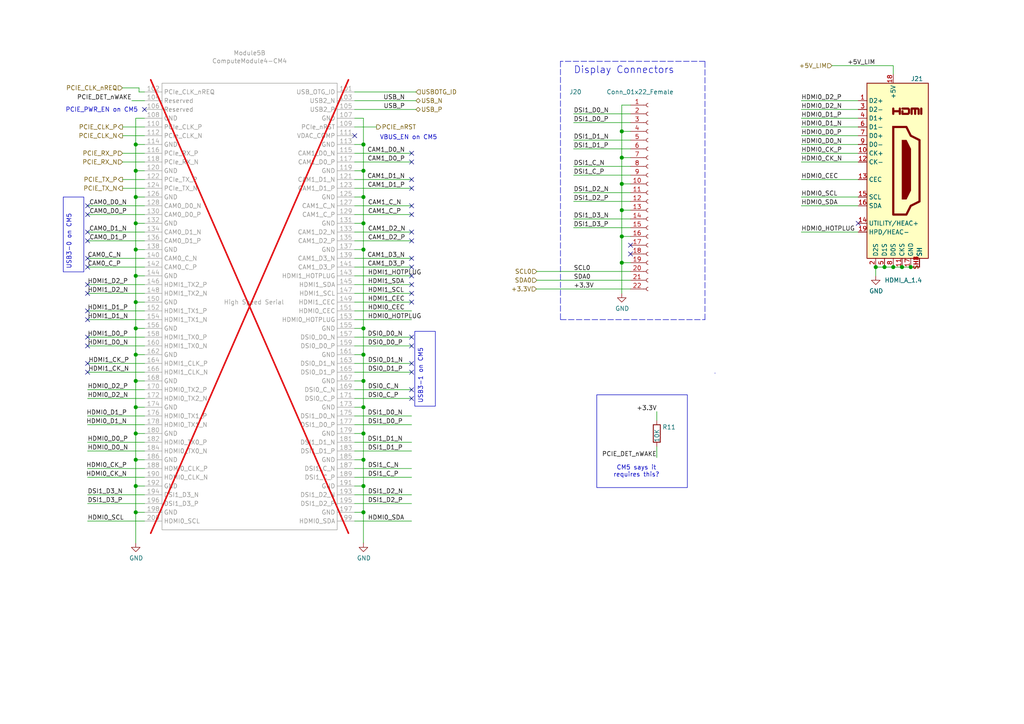
<source format=kicad_sch>
(kicad_sch (version 20231120) (generator "eeschema") (generator_version "8.0")
  (paper "A4")
  (title_block (title "Hexa-Pi") (date "2024-01/02") (rev "1.0") (company "Coxyz") (comment 1 "fjc"))
  (lib_symbols
    (symbol "CM4IO:ComputeModule4-CM4"
      (property "Reference" "Module" (at 113.03 -68.58 0))
      (property "Value" "ComputeModule4-CM4" (at 140.97 2.54 0))
      (property "Special" "Hirose" (at 0 0 0))
      (symbol "ComputeModule4-CM4_1_0"
        (text "GPIO" (at 0 6.35 0) (effects (font (size 1.27 1.27))))
      )
      (symbol "ComputeModule4-CM4_1_1"
        (rectangle (start -30.48 -71.12) (end 25.4 58.42))
        (text "600mA Max" (at -8.89 -53.34 0) (effects (font (size 1.27 1.27))))
        (text "600mA Max" (at -8.89 -48.26 0) (effects (font (size 1.27 1.27))))
        (text "NB SD signals are only available" (at -1.27 -27.94 0) (effects (font (size 1.27 1.27))))
        (text "on modules without eMMC" (at -1.27 -30.48 0) (effects (font (size 1.27 1.27))))
        (pin power_in line (at 27.94 55.88 180) (length 2.54) (name "GND") (number "1"))
        (pin passive line (at -33.02 45.72 0) (length 2.54) (name "Ethernet_Pair0_N") (number "10"))
        (pin output line (at -33.02 -68.58 0) (length 2.54) (name "nEXTRST") (number "100"))
        (pin passive line (at 27.94 43.18 180) (length 2.54) (name "Ethernet_Pair2_P") (number "11"))
        (pin passive line (at -33.02 43.18 0) (length 2.54) (name "Ethernet_Pair0_P") (number "12"))
        (pin power_in line (at 27.94 40.64 180) (length 2.54) (name "GND") (number "13"))
        (pin power_in line (at -33.02 40.64 0) (length 2.54) (name "GND") (number "14"))
        (pin output line (at 27.94 38.1 180) (length 2.54) (name "Ethernet_nLED3(3.3v)") (number "15"))
        (pin input line (at -33.02 38.1 0) (length 2.54) (name "Ethernet_SYNC_IN(1.8v)") (number "16"))
        (pin output line (at 27.94 35.56 180) (length 2.54) (name "Ethernet_nLED2(3.3v)") (number "17"))
        (pin input line (at -33.02 35.56 0) (length 2.54) (name "Ethernet_SYNC_OUT(1.8v)") (number "18"))
        (pin output line (at 27.94 33.02 180) (length 2.54) (name "Ethernet_nLED1(3.3v)") (number "19"))
        (pin power_in line (at -33.02 55.88 0) (length 2.54) (name "GND") (number "2"))
        (pin passive line (at -33.02 33.02 0) (length 2.54) (name "EEPROM_nWP") (number "20"))
        (pin open_collector line (at 27.94 30.48 180) (length 2.54) (name "PI_nLED_Activity") (number "21"))
        (pin power_in line (at -33.02 30.48 0) (length 2.54) (name "GND") (number "22"))
        (pin power_in line (at 27.94 27.94 180) (length 2.54) (name "GND") (number "23"))
        (pin passive line (at -33.02 27.94 0) (length 2.54) (name "GPIO26") (number "24"))
        (pin passive line (at 27.94 25.4 180) (length 2.54) (name "GPIO21") (number "25"))
        (pin passive line (at -33.02 25.4 0) (length 2.54) (name "GPIO19") (number "26"))
        (pin passive line (at 27.94 22.86 180) (length 2.54) (name "GPIO20") (number "27"))
        (pin passive line (at -33.02 22.86 0) (length 2.54) (name "GPIO13") (number "28"))
        (pin passive line (at 27.94 20.32 180) (length 2.54) (name "GPIO16") (number "29"))
        (pin passive line (at 27.94 53.34 180) (length 2.54) (name "Ethernet_Pair3_P") (number "3"))
        (pin passive line (at -33.02 20.32 0) (length 2.54) (name "GPIO6") (number "30"))
        (pin passive line (at 27.94 17.78 180) (length 2.54) (name "GPIO12") (number "31"))
        (pin power_in line (at -33.02 17.78 0) (length 2.54) (name "GND") (number "32"))
        (pin power_in line (at 27.94 15.24 180) (length 2.54) (name "GND") (number "33"))
        (pin passive line (at -33.02 15.24 0) (length 2.54) (name "GPIO5") (number "34"))
        (pin passive line (at 27.94 12.7 180) (length 2.54) (name "ID_SC") (number "35"))
        (pin passive line (at -33.02 12.7 0) (length 2.54) (name "ID_SD") (number "36"))
        (pin passive line (at 27.94 10.16 180) (length 2.54) (name "GPIO7") (number "37"))
        (pin passive line (at -33.02 10.16 0) (length 2.54) (name "GPIO11") (number "38"))
        (pin passive line (at 27.94 7.62 180) (length 2.54) (name "GPIO8") (number "39"))
        (pin passive line (at -33.02 53.34 0) (length 2.54) (name "Ethernet_Pair1_P") (number "4"))
        (pin passive line (at -33.02 7.62 0) (length 2.54) (name "GPIO9") (number "40"))
        (pin passive line (at 27.94 5.08 180) (length 2.54) (name "GPIO25") (number "41"))
        (pin power_in line (at -33.02 5.08 0) (length 2.54) (name "GND") (number "42"))
        (pin power_in line (at 27.94 2.54 180) (length 2.54) (name "GND") (number "43"))
        (pin passive line (at -33.02 2.54 0) (length 2.54) (name "GPIO10") (number "44"))
        (pin passive line (at 27.94 0 180) (length 2.54) (name "GPIO24") (number "45"))
        (pin passive line (at -33.02 0 0) (length 2.54) (name "GPIO22") (number "46"))
        (pin passive line (at 27.94 -2.54 180) (length 2.54) (name "GPIO23") (number "47"))
        (pin passive line (at -33.02 -2.54 0) (length 2.54) (name "GPIO27") (number "48"))
        (pin passive line (at 27.94 -5.08 180) (length 2.54) (name "GPIO18") (number "49"))
        (pin passive line (at 27.94 50.8 180) (length 2.54) (name "Ethernet_Pair3_N") (number "5"))
        (pin passive line (at -33.02 -5.08 0) (length 2.54) (name "GPIO17") (number "50"))
        (pin passive line (at 27.94 -7.62 180) (length 2.54) (name "GPIO15") (number "51"))
        (pin power_in line (at -33.02 -7.62 0) (length 2.54) (name "GND") (number "52"))
        (pin power_in line (at 27.94 -10.16 180) (length 2.54) (name "GND") (number "53"))
        (pin passive line (at -33.02 -10.16 0) (length 2.54) (name "GPIO4") (number "54"))
        (pin passive line (at 27.94 -12.7 180) (length 2.54) (name "GPIO14") (number "55"))
        (pin passive line (at -33.02 -12.7 0) (length 2.54) (name "GPIO3") (number "56"))
        (pin passive line (at 27.94 -15.24 180) (length 2.54) (name "SD_CLK") (number "57"))
        (pin passive line (at -33.02 -15.24 0) (length 2.54) (name "GPIO2") (number "58"))
        (pin power_in line (at 27.94 -17.78 180) (length 2.54) (name "GND") (number "59"))
        (pin passive line (at -33.02 50.8 0) (length 2.54) (name "Ethernet_Pair1_N") (number "6"))
        (pin power_in line (at -33.02 -17.78 0) (length 2.54) (name "GND") (number "60"))
        (pin passive line (at 27.94 -20.32 180) (length 2.54) (name "SD_DAT3") (number "61"))
        (pin passive line (at -33.02 -20.32 0) (length 2.54) (name "SD_CMD") (number "62"))
        (pin passive line (at 27.94 -22.86 180) (length 2.54) (name "SD_DAT0") (number "63"))
        (pin passive line (at -33.02 -22.86 0) (length 2.54) (name "SD_DAT5") (number "64"))
        (pin power_in line (at 27.94 -25.4 180) (length 2.54) (name "GND") (number "65"))
        (pin power_in line (at -33.02 -25.4 0) (length 2.54) (name "GND") (number "66"))
        (pin passive line (at 27.94 -27.94 180) (length 2.54) (name "SD_DAT1") (number "67"))
        (pin passive line (at -33.02 -27.94 0) (length 2.54) (name "SD_DAT4") (number "68"))
        (pin passive line (at 27.94 -30.48 180) (length 2.54) (name "SD_DAT2") (number "69"))
        (pin power_in line (at 27.94 48.26 180) (length 2.54) (name "GND") (number "7"))
        (pin passive line (at -33.02 -30.48 0) (length 2.54) (name "SD_DAT7") (number "70"))
        (pin power_in line (at 27.94 -33.02 180) (length 2.54) (name "GND") (number "71"))
        (pin passive line (at -33.02 -33.02 0) (length 2.54) (name "SD_DAT6") (number "72"))
        (pin input line (at 27.94 -35.56 180) (length 2.54) (name "SD_VDD_Override") (number "73"))
        (pin power_in line (at -33.02 -35.56 0) (length 2.54) (name "GND") (number "74"))
        (pin output line (at 27.94 -38.1 180) (length 2.54) (name "SD_PWR_ON") (number "75"))
        (pin passive line (at -33.02 -38.1 0) (length 2.54) (name "Reserved") (number "76"))
        (pin power_in line (at 27.94 -40.64 180) (length 2.54) (name "+5v_(Input)") (number "77"))
        (pin power_in line (at -33.02 -40.64 0) (length 2.54) (name "GPIO_VREF(1.8v/3.3v_Input)") (number "78"))
        (pin power_in line (at 27.94 -43.18 180) (length 2.54) (name "+5v_(Input)") (number "79"))
        (pin power_in line (at -33.02 48.26 0) (length 2.54) (name "GND") (number "8"))
        (pin passive line (at -33.02 -43.18 0) (length 2.54) (name "SCL0") (number "80"))
        (pin power_in line (at 27.94 -45.72 180) (length 2.54) (name "+5v_(Input)") (number "81"))
        (pin passive line (at -33.02 -45.72 0) (length 2.54) (name "SDA0") (number "82"))
        (pin power_in line (at 27.94 -48.26 180) (length 2.54) (name "+5v_(Input)") (number "83"))
        (pin power_out line (at -33.02 -48.26 0) (length 2.54) (name "+3.3v_(Output)") (number "84"))
        (pin power_in line (at 27.94 -50.8 180) (length 2.54) (name "+5v_(Input)") (number "85"))
        (pin power_out line (at -33.02 -50.8 0) (length 2.54) (name "+3.3v_(Output)") (number "86"))
        (pin power_in line (at 27.94 -53.34 180) (length 2.54) (name "+5v_(Input)") (number "87"))
        (pin power_out line (at -33.02 -53.34 0) (length 2.54) (name "+1.8v_(Output)") (number "88"))
        (pin power_in line (at 27.94 -55.88 180) (length 2.54) (name "WiFi_nDisable") (number "89"))
        (pin passive line (at 27.94 45.72 180) (length 2.54) (name "Ethernet_Pair2_N") (number "9"))
        (pin power_out line (at -33.02 -55.88 0) (length 2.54) (name "+1.8v_(Output)") (number "90"))
        (pin power_in line (at 27.94 -58.42 180) (length 2.54) (name "BT_nDisable") (number "91"))
        (pin passive line (at -33.02 -58.42 0) (length 2.54) (name "RUN_PG") (number "92"))
        (pin input line (at 27.94 -60.96 180) (length 2.54) (name "nRPIBOOT") (number "93"))
        (pin passive line (at -33.02 -60.96 0) (length 2.54) (name "AnalogIP0") (number "94"))
        (pin output line (at 27.94 -63.5 180) (length 2.54) (name "nPI_LED_PWR") (number "95"))
        (pin passive line (at -33.02 -63.5 0) (length 2.54) (name "AnalogIP1") (number "96"))
        (pin passive line (at 27.94 -66.04 180) (length 2.54) (name "Camera_GPIO") (number "97"))
        (pin power_in line (at -33.02 -66.04 0) (length 2.54) (name "GND") (number "98"))
        (pin input line (at 27.94 -68.58 180) (length 2.54) (name "Global_EN") (number "99"))
      )
      (symbol "ComputeModule4-CM4_2_1"
        (rectangle (start 114.3 -66.04) (end 165.1 63.5))
        (text "High Speed Serial" (at 140.97 0 0) (effects (font (size 1.27 1.27))))
        (pin input line (at 170.18 60.96 180) (length 5.08) (name "USB_OTG_ID") (number "101"))
        (pin input line (at 109.22 60.96 0) (length 5.08) (name "PCIe_CLK_nREQ") (number "102"))
        (pin passive line (at 170.18 58.42 180) (length 5.08) (name "USB2_N") (number "103"))
        (pin passive line (at 109.22 58.42 0) (length 5.08) (name "Reserved") (number "104"))
        (pin passive line (at 170.18 55.88 180) (length 5.08) (name "USB2_P") (number "105"))
        (pin passive line (at 109.22 55.88 0) (length 5.08) (name "Reserved") (number "106"))
        (pin power_in line (at 170.18 53.34 180) (length 5.08) (name "GND") (number "107"))
        (pin power_in line (at 109.22 53.34 0) (length 5.08) (name "GND") (number "108"))
        (pin bidirectional line (at 170.18 50.8 180) (length 5.08) (name "PCIe_nRST") (number "109"))
        (pin output line (at 109.22 50.8 0) (length 5.08) (name "PCIe_CLK_P") (number "110"))
        (pin passive line (at 170.18 48.26 180) (length 5.08) (name "VDAC_COMP") (number "111"))
        (pin output line (at 109.22 48.26 0) (length 5.08) (name "PCIe_CLK_N") (number "112"))
        (pin power_in line (at 170.18 45.72 180) (length 5.08) (name "GND") (number "113"))
        (pin power_in line (at 109.22 45.72 0) (length 5.08) (name "GND") (number "114"))
        (pin input line (at 170.18 43.18 180) (length 5.08) (name "CAM1_D0_N") (number "115"))
        (pin input line (at 109.22 43.18 0) (length 5.08) (name "PCIe_RX_P") (number "116"))
        (pin input line (at 170.18 40.64 180) (length 5.08) (name "CAM1_D0_P") (number "117"))
        (pin input line (at 109.22 40.64 0) (length 5.08) (name "PCIe_RX_N") (number "118"))
        (pin power_in line (at 170.18 38.1 180) (length 5.08) (name "GND") (number "119"))
        (pin power_in line (at 109.22 38.1 0) (length 5.08) (name "GND") (number "120"))
        (pin input line (at 170.18 35.56 180) (length 5.08) (name "CAM1_D1_N") (number "121"))
        (pin output line (at 109.22 35.56 0) (length 5.08) (name "PCIe_TX_P") (number "122"))
        (pin input line (at 170.18 33.02 180) (length 5.08) (name "CAM1_D1_P") (number "123"))
        (pin output line (at 109.22 33.02 0) (length 5.08) (name "PCIe_TX_N") (number "124"))
        (pin power_in line (at 170.18 30.48 180) (length 5.08) (name "GND") (number "125"))
        (pin power_in line (at 109.22 30.48 0) (length 5.08) (name "GND") (number "126"))
        (pin input line (at 170.18 27.94 180) (length 5.08) (name "CAM1_C_N") (number "127"))
        (pin input line (at 109.22 27.94 0) (length 5.08) (name "CAM0_D0_N") (number "128"))
        (pin input line (at 170.18 25.4 180) (length 5.08) (name "CAM1_C_P") (number "129"))
        (pin input line (at 109.22 25.4 0) (length 5.08) (name "CAM0_D0_P") (number "130"))
        (pin power_in line (at 170.18 22.86 180) (length 5.08) (name "GND") (number "131"))
        (pin power_in line (at 109.22 22.86 0) (length 5.08) (name "GND") (number "132"))
        (pin input line (at 170.18 20.32 180) (length 5.08) (name "CAM1_D2_N") (number "133"))
        (pin input line (at 109.22 20.32 0) (length 5.08) (name "CAM0_D1_N") (number "134"))
        (pin input line (at 170.18 17.78 180) (length 5.08) (name "CAM1_D2_P") (number "135"))
        (pin input line (at 109.22 17.78 0) (length 5.08) (name "CAM0_D1_P") (number "136"))
        (pin power_in line (at 170.18 15.24 180) (length 5.08) (name "GND") (number "137"))
        (pin power_in line (at 109.22 15.24 0) (length 5.08) (name "GND") (number "138"))
        (pin input line (at 170.18 12.7 180) (length 5.08) (name "CAM1_D3_N") (number "139"))
        (pin input line (at 109.22 12.7 0) (length 5.08) (name "CAM0_C_N") (number "140"))
        (pin input line (at 170.18 10.16 180) (length 5.08) (name "CAM1_D3_P") (number "141"))
        (pin input line (at 109.22 10.16 0) (length 5.08) (name "CAM0_C_P") (number "142"))
        (pin input line (at 170.18 7.62 180) (length 5.08) (name "HDMI1_HOTPLUG") (number "143"))
        (pin power_in line (at 109.22 7.62 0) (length 5.08) (name "GND") (number "144"))
        (pin bidirectional line (at 170.18 5.08 180) (length 5.08) (name "HDMI1_SDA") (number "145"))
        (pin output line (at 109.22 5.08 0) (length 5.08) (name "HDMI1_TX2_P") (number "146"))
        (pin open_collector line (at 170.18 2.54 180) (length 5.08) (name "HDMI1_SCL") (number "147"))
        (pin output line (at 109.22 2.54 0) (length 5.08) (name "HDMI1_TX2_N") (number "148"))
        (pin open_collector line (at 170.18 0 180) (length 5.08) (name "HDMI1_CEC") (number "149"))
        (pin power_in line (at 109.22 0 0) (length 5.08) (name "GND") (number "150"))
        (pin open_collector line (at 170.18 -2.54 180) (length 5.08) (name "HDMI0_CEC") (number "151"))
        (pin output line (at 109.22 -2.54 0) (length 5.08) (name "HDMI1_TX1_P") (number "152"))
        (pin input line (at 170.18 -5.08 180) (length 5.08) (name "HDMI0_HOTPLUG") (number "153"))
        (pin output line (at 109.22 -5.08 0) (length 5.08) (name "HDMI1_TX1_N") (number "154"))
        (pin power_in line (at 170.18 -7.62 180) (length 5.08) (name "GND") (number "155"))
        (pin power_in line (at 109.22 -7.62 0) (length 5.08) (name "GND") (number "156"))
        (pin output line (at 170.18 -10.16 180) (length 5.08) (name "DSI0_D0_N") (number "157"))
        (pin output line (at 109.22 -10.16 0) (length 5.08) (name "HDMI1_TX0_P") (number "158"))
        (pin output line (at 170.18 -12.7 180) (length 5.08) (name "DSI0_D0_P") (number "159"))
        (pin output line (at 109.22 -12.7 0) (length 5.08) (name "HDMI1_TX0_N") (number "160"))
        (pin power_in line (at 170.18 -15.24 180) (length 5.08) (name "GND") (number "161"))
        (pin power_in line (at 109.22 -15.24 0) (length 5.08) (name "GND") (number "162"))
        (pin output line (at 170.18 -17.78 180) (length 5.08) (name "DSI0_D1_N") (number "163"))
        (pin output line (at 109.22 -17.78 0) (length 5.08) (name "HDMI1_CLK_P") (number "164"))
        (pin output line (at 170.18 -20.32 180) (length 5.08) (name "DSI0_D1_P") (number "165"))
        (pin output line (at 109.22 -20.32 0) (length 5.08) (name "HDMI1_CLK_N") (number "166"))
        (pin power_in line (at 170.18 -22.86 180) (length 5.08) (name "GND") (number "167"))
        (pin power_in line (at 109.22 -22.86 0) (length 5.08) (name "GND") (number "168"))
        (pin output line (at 170.18 -25.4 180) (length 5.08) (name "DSI0_C_N") (number "169"))
        (pin output line (at 109.22 -25.4 0) (length 5.08) (name "HDMI0_TX2_P") (number "170"))
        (pin output line (at 170.18 -27.94 180) (length 5.08) (name "DSI0_C_P") (number "171"))
        (pin output line (at 109.22 -27.94 0) (length 5.08) (name "HDMI0_TX2_N") (number "172"))
        (pin power_in line (at 170.18 -30.48 180) (length 5.08) (name "GND") (number "173"))
        (pin power_in line (at 109.22 -30.48 0) (length 5.08) (name "GND") (number "174"))
        (pin output line (at 170.18 -33.02 180) (length 5.08) (name "DSI1_D0_N") (number "175"))
        (pin output line (at 109.22 -33.02 0) (length 5.08) (name "HDMI0_TX1_P") (number "176"))
        (pin output line (at 170.18 -35.56 180) (length 5.08) (name "DSI1_D0_P") (number "177"))
        (pin output line (at 109.22 -35.56 0) (length 5.08) (name "HDMI0_TX1_N") (number "178"))
        (pin power_in line (at 170.18 -38.1 180) (length 5.08) (name "GND") (number "179"))
        (pin power_in line (at 109.22 -38.1 0) (length 5.08) (name "GND") (number "180"))
        (pin output line (at 170.18 -40.64 180) (length 5.08) (name "DSI1_D1_N") (number "181"))
        (pin output line (at 109.22 -40.64 0) (length 5.08) (name "HDMI0_TX0_P") (number "182"))
        (pin output line (at 170.18 -43.18 180) (length 5.08) (name "DSI1_D1_P") (number "183"))
        (pin output line (at 109.22 -43.18 0) (length 5.08) (name "HDMI0_TX0_N") (number "184"))
        (pin power_in line (at 170.18 -45.72 180) (length 5.08) (name "GND") (number "185"))
        (pin power_in line (at 109.22 -45.72 0) (length 5.08) (name "GND") (number "186"))
        (pin output line (at 170.18 -48.26 180) (length 5.08) (name "DSI1_C_N") (number "187"))
        (pin output line (at 109.22 -48.26 0) (length 5.08) (name "HDMI0_CLK_P") (number "188"))
        (pin output line (at 170.18 -50.8 180) (length 5.08) (name "DSI1_C_P") (number "189"))
        (pin output line (at 109.22 -50.8 0) (length 5.08) (name "HDMI0_CLK_N") (number "190"))
        (pin power_in line (at 170.18 -53.34 180) (length 5.08) (name "GND") (number "191"))
        (pin power_in line (at 109.22 -53.34 0) (length 5.08) (name "GND") (number "192"))
        (pin output line (at 170.18 -55.88 180) (length 5.08) (name "DSI1_D2_N") (number "193"))
        (pin output line (at 109.22 -55.88 0) (length 5.08) (name "DSI1_D3_N") (number "194"))
        (pin output line (at 170.18 -58.42 180) (length 5.08) (name "DSI1_D2_P") (number "195"))
        (pin output line (at 109.22 -58.42 0) (length 5.08) (name "DSI1_D3_P") (number "196"))
        (pin power_in line (at 170.18 -60.96 180) (length 5.08) (name "GND") (number "197"))
        (pin power_in line (at 109.22 -60.96 0) (length 5.08) (name "GND") (number "198"))
        (pin bidirectional line (at 170.18 -63.5 180) (length 5.08) (name "HDMI0_SDA") (number "199"))
        (pin open_collector line (at 109.22 -63.5 0) (length 5.08) (name "HDMI0_SCL") (number "200"))
      )
    )
    (symbol "CM4IO:HDMI_A_1.4"
      (property "Reference" "J" (at -6.35 26.67 0))
      (property "Value" "HDMI_A_1.4" (at 10.16 26.67 0))
      (symbol "HDMI_A_1.4_0_0"
        (polyline (pts (xy 8.128 16.51) (xy 8.128 18.034)) (stroke (width 0.635)))
        (polyline (pts (xy 0 16.51) (xy 0 18.034) (xy 0 17.272) (xy 1.905 17.272) (xy 1.905 18.034) (xy 1.905 16.51)) (stroke (width 0.635)))
        (polyline (pts (xy 2.667 18.034) (xy 4.318 18.034) (xy 4.572 17.78) (xy 4.572 16.764) (xy 4.318 16.51) (xy 2.667 16.51) (xy 2.667 17.272)) (stroke (width 0.635)))
        (pin passive line (at 7.62 -27.94 90) (length 2.54) (name "SH") (number "SH2"))
        (pin passive line (at 7.62 -27.94 90) (length 2.54) (name "SH") (number "SH3"))
        (pin passive line (at 7.62 -27.94 90) (length 2.54) (name "SH") (number "SH4"))
      )
      (symbol "HDMI_A_1.4_0_1"
        (rectangle (start -7.62 25.4) (end 10.16 -25.4) (stroke (width 0.254)) (fill (type background)))
        (polyline (pts (xy 2.54 8.89) (xy 3.81 8.89) (xy 5.08 6.35) (xy 5.08 -5.715) (xy 3.81 -8.255) (xy 2.54 -8.255) (xy 2.54 8.89)) (fill (type outline)))
        (polyline (pts (xy 5.334 16.51) (xy 5.334 18.034) (xy 6.35 18.034) (xy 6.35 16.51) (xy 6.35 18.034) (xy 7.112 18.034) (xy 7.366 17.78) (xy 7.366 16.51)) (stroke (width 0.635)))
        (polyline (pts (xy 0 12.7) (xy 0 -12.7) (xy 3.81 -12.7) (xy 5.08 -10.16) (xy 7.62 -8.89) (xy 7.62 8.89) (xy 5.08 10.16) (xy 3.81 12.7) (xy 0 12.7)) (stroke (width 0.635)))
      )
      (symbol "HDMI_A_1.4_1_1"
        (pin passive line (at -10.16 20.32 0) (length 2.54) (name "D2+") (number "1"))
        (pin passive line (at -10.16 5.08 0) (length 2.54) (name "CK+") (number "10"))
        (pin power_in line (at 2.54 -27.94 90) (length 2.54) (name "CKS") (number "11"))
        (pin passive line (at -10.16 2.54 0) (length 2.54) (name "CK-") (number "12"))
        (pin bidirectional line (at -10.16 -2.54 0) (length 2.54) (name "CEC") (number "13"))
        (pin passive line (at -10.16 -15.24 0) (length 2.54) (name "UTILITY/HEAC+") (number "14"))
        (pin passive line (at -10.16 -7.62 0) (length 2.54) (name "SCL") (number "15"))
        (pin bidirectional line (at -10.16 -10.16 0) (length 2.54) (name "SDA") (number "16"))
        (pin power_in line (at 5.08 -27.94 90) (length 2.54) (name "GND") (number "17"))
        (pin power_in line (at 0 27.94 270) (length 2.54) (name "+5V") (number "18"))
        (pin passive line (at -10.16 -17.78 0) (length 2.54) (name "HPD/HEAC-") (number "19"))
        (pin power_in line (at -5.08 -27.94 90) (length 2.54) (name "D2S") (number "2"))
        (pin passive line (at -10.16 17.78 0) (length 2.54) (name "D2-") (number "3"))
        (pin passive line (at -10.16 15.24 0) (length 2.54) (name "D1+") (number "4"))
        (pin power_in line (at -2.54 -27.94 90) (length 2.54) (name "D1S") (number "5"))
        (pin passive line (at -10.16 12.7 0) (length 2.54) (name "D1-") (number "6"))
        (pin passive line (at -10.16 10.16 0) (length 2.54) (name "D0+") (number "7"))
        (pin power_in line (at 0 -27.94 90) (length 2.54) (name "D0S") (number "8"))
        (pin passive line (at -10.16 7.62 0) (length 2.54) (name "D0-") (number "9"))
        (pin passive line (at 7.62 -27.94 90) (length 2.54) (name "SH") (number "SH1"))
      )
    )
    (symbol "Connector:Conn_01x22_Female" (pin_names (offset 1.016) hide)
      (property "Reference" "J" (at 0 27.94 0))
      (property "Value" "Conn_01x22_Female" (at 0 -30.48 0))
      (symbol "Conn_01x22_Female_1_1"
        (arc (start 0 -27.432) (mid -0.5058 -27.94) (end 0 -28.448) (stroke (width 0.1524)))
        (arc (start 0 -24.892) (mid -0.5058 -25.4) (end 0 -25.908) (stroke (width 0.1524)))
        (arc (start 0 -22.352) (mid -0.5058 -22.86) (end 0 -23.368) (stroke (width 0.1524)))
        (arc (start 0 -19.812) (mid -0.5058 -20.32) (end 0 -20.828) (stroke (width 0.1524)))
        (arc (start 0 -17.272) (mid -0.5058 -17.78) (end 0 -18.288) (stroke (width 0.1524)))
        (arc (start 0 -14.732) (mid -0.5058 -15.24) (end 0 -15.748) (stroke (width 0.1524)))
        (arc (start 0 -12.192) (mid -0.5058 -12.7) (end 0 -13.208) (stroke (width 0.1524)))
        (arc (start 0 -9.652) (mid -0.5058 -10.16) (end 0 -10.668) (stroke (width 0.1524)))
        (arc (start 0 -7.112) (mid -0.5058 -7.62) (end 0 -8.128) (stroke (width 0.1524)))
        (arc (start 0 -4.572) (mid -0.5058 -5.08) (end 0 -5.588) (stroke (width 0.1524)))
        (arc (start 0 -2.032) (mid -0.5058 -2.54) (end 0 -3.048) (stroke (width 0.1524)))
        (polyline (pts (xy -1.27 -27.94) (xy -0.508 -27.94)) (stroke (width 0.1524)))
        (polyline (pts (xy -1.27 -25.4) (xy -0.508 -25.4)) (stroke (width 0.1524)))
        (polyline (pts (xy -1.27 -22.86) (xy -0.508 -22.86)) (stroke (width 0.1524)))
        (polyline (pts (xy -1.27 -20.32) (xy -0.508 -20.32)) (stroke (width 0.1524)))
        (polyline (pts (xy -1.27 -17.78) (xy -0.508 -17.78)) (stroke (width 0.1524)))
        (polyline (pts (xy -1.27 -15.24) (xy -0.508 -15.24)) (stroke (width 0.1524)))
        (polyline (pts (xy -1.27 -12.7) (xy -0.508 -12.7)) (stroke (width 0.1524)))
        (polyline (pts (xy -1.27 -10.16) (xy -0.508 -10.16)) (stroke (width 0.1524)))
        (polyline (pts (xy -1.27 -7.62) (xy -0.508 -7.62)) (stroke (width 0.1524)))
        (polyline (pts (xy -1.27 -5.08) (xy -0.508 -5.08)) (stroke (width 0.1524)))
        (polyline (pts (xy -1.27 -2.54) (xy -0.508 -2.54)) (stroke (width 0.1524)))
        (polyline (pts (xy -1.27 0) (xy -0.508 0)) (stroke (width 0.1524)))
        (polyline (pts (xy -1.27 2.54) (xy -0.508 2.54)) (stroke (width 0.1524)))
        (polyline (pts (xy -1.27 5.08) (xy -0.508 5.08)) (stroke (width 0.1524)))
        (polyline (pts (xy -1.27 7.62) (xy -0.508 7.62)) (stroke (width 0.1524)))
        (polyline (pts (xy -1.27 10.16) (xy -0.508 10.16)) (stroke (width 0.1524)))
        (polyline (pts (xy -1.27 12.7) (xy -0.508 12.7)) (stroke (width 0.1524)))
        (polyline (pts (xy -1.27 15.24) (xy -0.508 15.24)) (stroke (width 0.1524)))
        (polyline (pts (xy -1.27 17.78) (xy -0.508 17.78)) (stroke (width 0.1524)))
        (polyline (pts (xy -1.27 20.32) (xy -0.508 20.32)) (stroke (width 0.1524)))
        (polyline (pts (xy -1.27 22.86) (xy -0.508 22.86)) (stroke (width 0.1524)))
        (polyline (pts (xy -1.27 25.4) (xy -0.508 25.4)) (stroke (width 0.1524)))
        (arc (start 0 0.508) (mid -0.5058 0) (end 0 -0.508) (stroke (width 0.1524)))
        (arc (start 0 3.048) (mid -0.5058 2.54) (end 0 2.032) (stroke (width 0.1524)))
        (arc (start 0 5.588) (mid -0.5058 5.08) (end 0 4.572) (stroke (width 0.1524)))
        (arc (start 0 8.128) (mid -0.5058 7.62) (end 0 7.112) (stroke (width 0.1524)))
        (arc (start 0 10.668) (mid -0.5058 10.16) (end 0 9.652) (stroke (width 0.1524)))
        (arc (start 0 13.208) (mid -0.5058 12.7) (end 0 12.192) (stroke (width 0.1524)))
        (arc (start 0 15.748) (mid -0.5058 15.24) (end 0 14.732) (stroke (width 0.1524)))
        (arc (start 0 18.288) (mid -0.5058 17.78) (end 0 17.272) (stroke (width 0.1524)))
        (arc (start 0 20.828) (mid -0.5058 20.32) (end 0 19.812) (stroke (width 0.1524)))
        (arc (start 0 23.368) (mid -0.5058 22.86) (end 0 22.352) (stroke (width 0.1524)))
        (arc (start 0 25.908) (mid -0.5058 25.4) (end 0 24.892) (stroke (width 0.1524)))
        (pin passive line (at -5.08 25.4 0) (length 3.81) (name "Pin_1") (number "1"))
        (pin passive line (at -5.08 2.54 0) (length 3.81) (name "Pin_10") (number "10"))
        (pin passive line (at -5.08 0 0) (length 3.81) (name "Pin_11") (number "11"))
        (pin passive line (at -5.08 -2.54 0) (length 3.81) (name "Pin_12") (number "12"))
        (pin passive line (at -5.08 -5.08 0) (length 3.81) (name "Pin_13") (number "13"))
        (pin passive line (at -5.08 -7.62 0) (length 3.81) (name "Pin_14") (number "14"))
        (pin passive line (at -5.08 -10.16 0) (length 3.81) (name "Pin_15") (number "15"))
        (pin passive line (at -5.08 -12.7 0) (length 3.81) (name "Pin_16") (number "16"))
        (pin passive line (at -5.08 -15.24 0) (length 3.81) (name "Pin_17") (number "17"))
        (pin passive line (at -5.08 -17.78 0) (length 3.81) (name "Pin_18") (number "18"))
        (pin passive line (at -5.08 -20.32 0) (length 3.81) (name "Pin_19") (number "19"))
        (pin passive line (at -5.08 22.86 0) (length 3.81) (name "Pin_2") (number "2"))
        (pin passive line (at -5.08 -22.86 0) (length 3.81) (name "Pin_20") (number "20"))
        (pin passive line (at -5.08 -25.4 0) (length 3.81) (name "Pin_21") (number "21"))
        (pin passive line (at -5.08 -27.94 0) (length 3.81) (name "Pin_22") (number "22"))
        (pin passive line (at -5.08 20.32 0) (length 3.81) (name "Pin_3") (number "3"))
        (pin passive line (at -5.08 17.78 0) (length 3.81) (name "Pin_4") (number "4"))
        (pin passive line (at -5.08 15.24 0) (length 3.81) (name "Pin_5") (number "5"))
        (pin passive line (at -5.08 12.7 0) (length 3.81) (name "Pin_6") (number "6"))
        (pin passive line (at -5.08 10.16 0) (length 3.81) (name "Pin_7") (number "7"))
        (pin passive line (at -5.08 7.62 0) (length 3.81) (name "Pin_8") (number "8"))
        (pin passive line (at -5.08 5.08 0) (length 3.81) (name "Pin_9") (number "9"))
      )
    )
    (symbol "Device:R" (pin_numbers hide) (pin_names (offset 0))
      (property "Reference" "R" (at 2.032 0 90))
      (property "Value" "R" (at 0 0 90))
      (symbol "R_0_1"
        (rectangle (start -1.016 -2.54) (end 1.016 2.54) (stroke (width 0.254)))
      )
      (symbol "R_1_1"
        (pin passive line (at 0 3.81 270) (length 1.27) (name "~") (number "1"))
        (pin passive line (at 0 -3.81 90) (length 1.27) (name "~") (number "2"))
      )
    )
    (symbol "power:GND" (power) (pin_names (offset 0))
      (property "Value" "GND" (at 0 -3.81 0))
      (symbol "GND_0_1"
        (polyline (pts (xy 0 0) (xy 0 -1.27) (xy 1.27 -1.27) (xy 0 -2.54) (xy -1.27 -1.27) (xy 0 -1.27)))
      )
      (symbol "GND_1_1"
        (pin power_in line (at 0 0 270) (length 0) hide (name "GND") (number "1"))
      )
    )
  )
  (junction (at 180.34 45.72) (diameter 1.016))
  (junction (at 180.34 68.58) (diameter 1.016))
  (junction (at 105.41 95.25) (diameter 1.016))
  (junction (at 261.62 77.47) (diameter 1.016))
  (junction (at 39.37 80.01) (diameter 1.016))
  (junction (at 105.41 64.77) (diameter 1.016))
  (junction (at 39.37 133.35) (diameter 1.016))
  (junction (at 180.34 38.1) (diameter 1.016))
  (junction (at 180.34 53.34) (diameter 1.016))
  (junction (at 105.41 41.91) (diameter 1.016))
  (junction (at 39.37 125.73) (diameter 1.016))
  (junction (at 264.16 77.47) (diameter 1.016))
  (junction (at 105.41 118.11) (diameter 1.016))
  (junction (at 105.41 49.53) (diameter 1.016))
  (junction (at 105.41 102.87) (diameter 1.016))
  (junction (at 39.37 57.15) (diameter 1.016))
  (junction (at 105.41 72.39) (diameter 1.016))
  (junction (at 180.34 60.96) (diameter 1.016))
  (junction (at 39.37 140.97) (diameter 1.016))
  (junction (at 105.41 125.73) (diameter 1.016))
  (junction (at 180.34 76.2) (diameter 1.016))
  (junction (at 105.41 110.49) (diameter 1.016))
  (junction (at 39.37 110.49) (diameter 1.016))
  (junction (at 259.08 77.47) (diameter 1.016))
  (junction (at 105.41 140.97) (diameter 1.016))
  (junction (at 39.37 64.77) (diameter 1.016))
  (junction (at 105.41 148.59) (diameter 1.016))
  (junction (at 39.37 41.91) (diameter 1.016))
  (junction (at 254 77.47) (diameter 1.016))
  (junction (at 39.37 87.63) (diameter 1.016))
  (junction (at 39.37 148.59) (diameter 1.016))
  (junction (at 39.37 49.53) (diameter 1.016))
  (junction (at 105.41 133.35) (diameter 1.016))
  (junction (at 256.54 77.47) (diameter 1.016))
  (junction (at 39.37 118.11) (diameter 1.016))
  (junction (at 39.37 95.25) (diameter 1.016))
  (junction (at 39.37 72.39) (diameter 1.016))
  (junction (at 105.41 57.15) (diameter 1.016))
  (junction (at 39.37 102.87) (diameter 1.016))
  (no_connect (at 25.4 67.31))
  (no_connect (at 25.4 74.93))
  (no_connect (at 119.38 59.69))
  (no_connect (at 182.88 73.66))
  (no_connect (at 119.38 74.93))
  (no_connect (at 119.38 44.45))
  (no_connect (at 25.4 105.41))
  (no_connect (at 119.38 80.01))
  (no_connect (at 248.92 64.77))
  (no_connect (at 25.4 97.79))
  (no_connect (at 119.38 52.07))
  (no_connect (at 119.38 100.33))
  (no_connect (at 119.38 87.63))
  (no_connect (at 25.4 82.55))
  (no_connect (at 25.4 92.71))
  (no_connect (at 25.4 69.85))
  (no_connect (at 119.38 62.23))
  (no_connect (at 119.38 82.55))
  (no_connect (at 119.38 105.41))
  (no_connect (at 119.38 107.95))
  (no_connect (at 25.4 100.33))
  (no_connect (at 119.38 115.57))
  (no_connect (at 102.87 39.37))
  (no_connect (at 119.38 97.79))
  (no_connect (at 25.4 90.17))
  (no_connect (at 25.4 77.47))
  (no_connect (at 119.38 54.61))
  (no_connect (at 25.4 85.09))
  (no_connect (at 119.38 67.31))
  (no_connect (at 25.4 59.69))
  (no_connect (at 25.4 62.23))
  (no_connect (at 119.38 113.03))
  (no_connect (at 41.91 31.75))
  (no_connect (at 119.38 77.47))
  (no_connect (at 119.38 46.99))
  (no_connect (at 119.38 69.85))
  (no_connect (at 182.88 71.12))
  (no_connect (at 119.38 85.09))
  (no_connect (at 25.4 107.95))
  (wire (pts (xy 25.4 143.51) (xy 41.91 143.51)))
  (wire (pts (xy 39.37 49.53) (xy 41.91 49.53)))
  (wire (pts (xy 25.4 92.71) (xy 41.91 92.71)))
  (wire (pts (xy 39.37 125.73) (xy 41.91 125.73)))
  (wire (pts (xy 119.38 128.27) (xy 102.87 128.27)))
  (wire (pts (xy 41.91 107.95) (xy 25.4 107.95)))
  (wire (pts (xy 41.91 67.31) (xy 25.4 67.31)))
  (wire (pts (xy 102.87 143.51) (xy 119.38 143.51)))
  (wire (pts (xy 102.87 105.41) (xy 119.38 105.41)))
  (wire (pts (xy 119.38 100.33) (xy 102.87 100.33)))
  (wire (pts (xy 39.37 133.35) (xy 41.91 133.35)))
  (wire (pts (xy 39.37 110.49) (xy 39.37 118.11)))
  (wire (pts (xy 180.34 30.48) (xy 180.34 38.1)))
  (wire (pts (xy 232.41 34.29) (xy 248.92 34.29)))
  (wire (pts (xy 41.91 44.45) (xy 35.56 44.45)))
  (wire (pts (xy 190.5 119.38) (xy 190.5 121.92)))
  (wire (pts (xy 180.34 45.72) (xy 180.34 53.34)))
  (wire (pts (xy 105.41 140.97) (xy 105.41 148.59)))
  (wire (pts (xy 232.41 31.75) (xy 248.92 31.75)))
  (wire (pts (xy 241.3 19.05) (xy 259.08 19.05)))
  (wire (pts (xy 41.91 140.97) (xy 39.37 140.97)))
  (wire (pts (xy 232.41 57.15) (xy 248.92 57.15)))
  (wire (pts (xy 105.41 110.49) (xy 105.41 118.11)))
  (wire (pts (xy 105.41 41.91) (xy 105.41 34.29)))
  (wire (pts (xy 102.87 69.85) (xy 119.38 69.85)))
  (wire (pts (xy 41.91 148.59) (xy 39.37 148.59)))
  (wire (pts (xy 232.41 39.37) (xy 248.92 39.37)))
  (wire (pts (xy 102.87 80.01) (xy 119.38 80.01)))
  (wire (pts (xy 25.4 115.57) (xy 41.91 115.57)))
  (wire (pts (xy 25.4 130.81) (xy 41.91 130.81)))
  (wire (pts (xy 102.87 59.69) (xy 119.38 59.69)))
  (wire (pts (xy 180.34 38.1) (xy 182.88 38.1)))
  (wire (pts (xy 180.34 60.96) (xy 182.88 60.96)))
  (wire (pts (xy 119.38 54.61) (xy 102.87 54.61)))
  (wire (pts (xy 102.87 113.03) (xy 119.38 113.03)))
  (wire (pts (xy 180.34 68.58) (xy 180.34 76.2)))
  (wire (pts (xy 119.38 52.07) (xy 102.87 52.07)))
  (wire (pts (xy 39.37 57.15) (xy 41.91 57.15)))
  (wire (pts (xy 41.91 62.23) (xy 25.4 62.23)))
  (wire (pts (xy 102.87 135.89) (xy 119.38 135.89)))
  (wire (pts (xy 39.37 95.25) (xy 41.91 95.25)))
  (wire (pts (xy 39.37 118.11) (xy 39.37 125.73)))
  (wire (pts (xy 102.87 125.73) (xy 105.41 125.73)))
  (polyline (pts (xy 162.56 92.71) (xy 204.47 92.71)) (stroke (width 0) (type dash)))
  (wire (pts (xy 39.37 95.25) (xy 39.37 102.87)))
  (wire (pts (xy 39.37 87.63) (xy 41.91 87.63)))
  (wire (pts (xy 180.34 76.2) (xy 180.34 85.09)))
  (wire (pts (xy 39.37 118.11) (xy 41.91 118.11)))
  (wire (pts (xy 119.38 74.93) (xy 102.87 74.93)))
  (wire (pts (xy 38.2248 29.2205) (xy 41.91 29.2205)))
  (wire (pts (xy 39.37 133.35) (xy 39.37 140.97)))
  (wire (pts (xy 264.16 77.47) (xy 266.7 77.47)))
  (wire (pts (xy 102.87 146.05) (xy 119.38 146.05)))
  (wire (pts (xy 232.41 52.07) (xy 248.92 52.07)))
  (wire (pts (xy 232.41 41.91) (xy 248.92 41.91)))
  (wire (pts (xy 180.34 45.72) (xy 182.88 45.72)))
  (wire (pts (xy 105.41 64.77) (xy 105.41 57.15)))
  (wire (pts (xy 41.91 138.43) (xy 25.4 138.43)))
  (wire (pts (xy 105.41 34.29) (xy 102.87 34.29)))
  (wire (pts (xy 102.87 67.31) (xy 119.38 67.31)))
  (wire (pts (xy 39.37 102.87) (xy 39.37 110.49)))
  (wire (pts (xy 180.34 38.1) (xy 180.34 45.72)))
  (wire (pts (xy 41.91 29.2205) (xy 41.91 29.21)))
  (wire (pts (xy 105.41 72.39) (xy 105.41 64.77)))
  (wire (pts (xy 25.4 128.27) (xy 41.91 128.27)))
  (wire (pts (xy 25.4 77.47) (xy 41.91 77.47)))
  (wire (pts (xy 119.38 44.45) (xy 102.87 44.45)))
  (wire (pts (xy 232.41 46.99) (xy 248.92 46.99)))
  (wire (pts (xy 166.37 35.56) (xy 182.88 35.56)))
  (wire (pts (xy 41.91 123.19) (xy 25.4 123.19)))
  (wire (pts (xy 39.37 34.29) (xy 39.37 41.91)))
  (wire (pts (xy 25.4 151.13) (xy 41.91 151.13)))
  (wire (pts (xy 25.4 97.79) (xy 41.91 97.79)))
  (wire (pts (xy 119.38 97.79) (xy 102.87 97.79)))
  (wire (pts (xy 41.91 46.99) (xy 35.56 46.99)))
  (wire (pts (xy 105.41 102.87) (xy 105.41 110.49)))
  (wire (pts (xy 102.87 64.77) (xy 105.41 64.77)))
  (wire (pts (xy 166.37 40.64) (xy 182.88 40.64)))
  (wire (pts (xy 102.87 133.35) (xy 105.41 133.35)))
  (wire (pts (xy 102.87 49.53) (xy 105.41 49.53)))
  (wire (pts (xy 102.87 36.83) (xy 109.22 36.83)))
  (wire (pts (xy 102.87 140.97) (xy 105.41 140.97)))
  (wire (pts (xy 119.38 77.47) (xy 102.87 77.47)))
  (wire (pts (xy 232.41 29.21) (xy 248.92 29.21)))
  (wire (pts (xy 180.34 53.34) (xy 180.34 60.96)))
  (wire (pts (xy 190.5 129.54) (xy 190.5 132.715)))
  (wire (pts (xy 166.37 33.02) (xy 182.88 33.02)))
  (wire (pts (xy 40.3253 26.67) (xy 41.91 26.67)))
  (wire (pts (xy 180.34 60.96) (xy 180.34 68.58)))
  (wire (pts (xy 102.87 102.87) (xy 105.41 102.87)))
  (wire (pts (xy 35.56 52.07) (xy 41.91 52.07)))
  (wire (pts (xy 166.37 43.18) (xy 182.88 43.18)))
  (wire (pts (xy 155.702 81.28) (xy 182.88 81.28)))
  (wire (pts (xy 119.38 123.19) (xy 102.87 123.19)))
  (wire (pts (xy 35.56 54.61) (xy 41.91 54.61)))
  (wire (pts (xy 102.87 31.75) (xy 120.65 31.75)))
  (polyline (pts (xy 162.56 17.78) (xy 162.56 92.71)) (stroke (width 0) (type dash)))
  (wire (pts (xy 259.08 19.05) (xy 259.08 21.59)))
  (wire (pts (xy 155.575 83.82) (xy 182.88 83.82)))
  (wire (pts (xy 41.91 34.29) (xy 39.37 34.29)))
  (wire (pts (xy 102.87 92.71) (xy 119.38 92.71)))
  (wire (pts (xy 166.37 50.8) (xy 182.88 50.8)))
  (wire (pts (xy 102.87 95.25) (xy 105.41 95.25)))
  (wire (pts (xy 166.37 55.88) (xy 182.88 55.88)))
  (wire (pts (xy 105.41 95.25) (xy 105.41 102.87)))
  (polyline (pts (xy 204.47 17.78) (xy 162.56 17.78)) (stroke (width 0) (type dash)))
  (wire (pts (xy 25.4 113.03) (xy 41.91 113.03)))
  (wire (pts (xy 261.62 77.47) (xy 264.16 77.47)))
  (wire (pts (xy 41.91 69.85) (xy 25.4 69.85)))
  (wire (pts (xy 102.87 72.39) (xy 105.41 72.39)))
  (wire (pts (xy 25.4 100.33) (xy 41.91 100.33)))
  (wire (pts (xy 232.41 59.69) (xy 248.92 59.69)))
  (wire (pts (xy 39.37 72.39) (xy 41.91 72.39)))
  (wire (pts (xy 41.91 59.69) (xy 25.4 59.69)))
  (wire (pts (xy 25.4 90.17) (xy 41.91 90.17)))
  (wire (pts (xy 25.4 82.55) (xy 41.91 82.55)))
  (wire (pts (xy 102.87 118.11) (xy 105.41 118.11)))
  (wire (pts (xy 105.41 125.73) (xy 105.41 133.35)))
  (wire (pts (xy 119.38 120.65) (xy 102.87 120.65)))
  (polyline (pts (xy 204.47 92.71) (xy 204.47 17.78)) (stroke (width 0) (type dash)))
  (wire (pts (xy 102.87 138.43) (xy 119.38 138.43)))
  (wire (pts (xy 102.87 110.49) (xy 105.41 110.49)))
  (wire (pts (xy 102.87 82.55) (xy 119.38 82.55)))
  (wire (pts (xy 39.37 72.39) (xy 39.37 80.01)))
  (wire (pts (xy 119.38 46.99) (xy 102.87 46.99)))
  (wire (pts (xy 39.37 125.73) (xy 39.37 133.35)))
  (wire (pts (xy 39.37 80.01) (xy 39.37 87.63)))
  (wire (pts (xy 105.41 57.15) (xy 105.41 49.53)))
  (wire (pts (xy 102.87 148.59) (xy 105.41 148.59)))
  (wire (pts (xy 39.37 87.63) (xy 39.37 95.25)))
  (wire (pts (xy 166.37 48.26) (xy 182.88 48.26)))
  (wire (pts (xy 35.56 36.83) (xy 41.91 36.83)))
  (wire (pts (xy 102.87 90.17) (xy 119.38 90.17)))
  (wire (pts (xy 39.37 102.87) (xy 41.91 102.87)))
  (wire (pts (xy 102.87 41.91) (xy 105.41 41.91)))
  (wire (pts (xy 166.37 58.42) (xy 182.88 58.42)))
  (wire (pts (xy 35.56 39.37) (xy 41.91 39.37)))
  (wire (pts (xy 39.37 49.53) (xy 39.37 57.15)))
  (wire (pts (xy 180.34 53.34) (xy 182.88 53.34)))
  (wire (pts (xy 35.5014 25.4957) (xy 40.3253 25.4957)))
  (wire (pts (xy 39.37 110.49) (xy 41.91 110.49)))
  (wire (pts (xy 41.91 105.41) (xy 25.4 105.41)))
  (wire (pts (xy 39.37 148.59) (xy 39.37 157.48)))
  (wire (pts (xy 155.702 78.74) (xy 182.88 78.74)))
  (wire (pts (xy 105.41 72.39) (xy 105.41 95.25)))
  (wire (pts (xy 39.37 80.01) (xy 41.91 80.01)))
  (wire (pts (xy 39.37 41.91) (xy 39.37 49.53)))
  (wire (pts (xy 39.37 41.91) (xy 41.91 41.91)))
  (wire (pts (xy 39.37 57.15) (xy 39.37 64.77)))
  (wire (pts (xy 254 77.47) (xy 256.54 77.47)))
  (wire (pts (xy 40.3253 25.4957) (xy 40.3253 26.67)))
  (wire (pts (xy 25.4 74.93) (xy 41.91 74.93)))
  (wire (pts (xy 41.91 120.65) (xy 25.4 120.65)))
  (wire (pts (xy 120.65 26.67) (xy 102.87 26.67)))
  (wire (pts (xy 232.41 44.45) (xy 248.92 44.45)))
  (wire (pts (xy 232.41 36.83) (xy 248.92 36.83)))
  (wire (pts (xy 105.41 133.35) (xy 105.41 140.97)))
  (wire (pts (xy 259.08 77.47) (xy 261.62 77.47)))
  (wire (pts (xy 102.87 115.57) (xy 119.38 115.57)))
  (wire (pts (xy 182.88 30.48) (xy 180.34 30.48)))
  (wire (pts (xy 232.41 67.31) (xy 248.92 67.31)))
  (wire (pts (xy 41.91 135.89) (xy 25.4 135.89)))
  (wire (pts (xy 256.54 77.47) (xy 259.08 77.47)))
  (wire (pts (xy 102.87 151.13) (xy 119.38 151.13)))
  (wire (pts (xy 105.41 148.59) (xy 105.41 157.48)))
  (wire (pts (xy 166.37 63.5) (xy 182.88 63.5)))
  (wire (pts (xy 102.87 85.09) (xy 119.38 85.09)))
  (wire (pts (xy 102.87 107.95) (xy 119.38 107.95)))
  (wire (pts (xy 254 77.47) (xy 254 80.01)))
  (wire (pts (xy 39.37 140.97) (xy 39.37 148.59)))
  (wire (pts (xy 39.37 64.77) (xy 39.37 72.39)))
  (wire (pts (xy 180.34 76.2) (xy 182.88 76.2)))
  (wire (pts (xy 166.37 66.04) (xy 182.88 66.04)))
  (wire (pts (xy 25.4 85.09) (xy 41.91 85.09)))
  (wire (pts (xy 105.41 49.53) (xy 105.41 41.91)))
  (wire (pts (xy 25.4 146.05) (xy 41.91 146.05)))
  (wire (pts (xy 39.37 64.77) (xy 41.91 64.77)))
  (wire (pts (xy 119.38 130.81) (xy 102.87 130.81)))
  (wire (pts (xy 102.87 57.15) (xy 105.41 57.15)))
  (wire (pts (xy 102.87 62.23) (xy 119.38 62.23)))
  (wire (pts (xy 102.87 87.63) (xy 119.38 87.63)))
  (wire (pts (xy 180.34 68.58) (xy 182.88 68.58)))
  (wire (pts (xy 105.41 118.11) (xy 105.41 125.73)))
  (wire (pts (xy 102.87 29.21) (xy 120.65 29.21)))
  (rectangle (start 173.0884 114.5116) (end 199.3618 141.4181))
  (rectangle (start 207.3809 108.1807) (end 207.3809 108.2862))
  (text_box "USB3-1 on CM5" (at 120.3075 96.0977 90) (size 5.9671 21.707) (effects (font (size 1.27 1.27)) (justify left top)))
  (text_box "USB3-0 on CM5" (at 18.3473 57.15 90) (size 5.9671 21.707) (effects (font (size 1.27 1.27)) (justify left top)))
  (text "PCIE_PWR_EN on CM5" (at 29.5173 31.9683 0) (effects (font (size 1.27 1.27))))
  (text "Display Connectors" (at 166.37 21.59 0) (effects (font (size 2.0066 2.0066)) (justify left bottom)))
  (text "CM5 says it\nrequires this?" (at 184.5896 136.7755 0) (effects (font (size 1.27 1.27))))
  (text "VBUS_EN on CM5" (at 118.4842 39.9502 0) (effects (font (size 1.27 1.27))))
  (label "HDMI1_D1_N" (at 25.4 92.71 0))
  (label "DSI0_D1_N" (at 106.68 105.41 0))
  (label "DSI1_D2_P" (at 166.37 58.42 0))
  (label "HDMI0_CEC" (at 106.68 90.17 0))
  (label "DSI1_D1_P" (at 116.84 130.81 180))
  (label "+3.3V" (at 190.5 119.38 180))
  (label "HDMI1_SDA" (at 106.68 82.55 0))
  (label "DSI1_D1_P" (at 166.37 43.18 0))
  (label "CAM1_D1_N" (at 117.475 52.07 180))
  (label "DSI1_D3_P" (at 166.37 66.04 0))
  (label "DSI1_D1_N" (at 116.84 128.27 180))
  (label "HDMI0_SCL" (at 25.4 151.13 0))
  (label "HDMI0_D1_P" (at 36.83 120.65 180))
  (label "DSI1_C_N" (at 106.68 135.89 0))
  (label "+3.3V" (at 166.37 83.82 0))
  (label "DSI1_D3_N" (at 166.37 63.5 0))
  (label "CAM1_D3_P" (at 117.475 77.47 180))
  (label "HDMI0_D2_P" (at 232.41 29.21 0))
  (label "HDMI0_D1_N" (at 232.41 36.83 0))
  (label "HDMI0_CEC" (at 232.41 52.07 0))
  (label "HDMI0_SCL" (at 232.41 57.15 0))
  (label "HDMI1_D1_P" (at 25.4 90.17 0))
  (label "DSI1_D3_P" (at 25.4 146.05 0))
  (label "HDMI1_HOTPLUG" (at 106.68 80.01 0))
  (label "DSI1_D3_N" (at 25.4 143.51 0))
  (label "HDMI0_HOTPLUG" (at 106.68 92.71 0))
  (label "DSI1_D1_N" (at 166.37 40.64 0))
  (label "DSI1_D2_N" (at 106.68 143.51 0))
  (label "HDMI0_D2_N" (at 25.4 115.57 0))
  (label "HDMI0_SDA" (at 106.68 151.13 0))
  (label "CAM0_D1_P" (at 36.83 69.85 180))
  (label "HDMI1_CK_N" (at 37.465 107.95 180))
  (label "DSI0_D0_N" (at 116.84 97.79 180))
  (label "DSI1_C_N" (at 166.37 48.26 0))
  (label "PCIE_DET_nWAKE" (at 190.5 132.715 180))
  (label "CAM0_C_P" (at 25.4 77.47 0))
  (label "HDMI1_D0_N" (at 25.4 100.33 0))
  (label "HDMI0_CK_N" (at 232.41 46.99 0))
  (label "CAM0_D1_N" (at 36.83 67.31 180))
  (label "DSI1_D2_N" (at 166.37 55.88 0))
  (label "HDMI0_CK_P" (at 232.41 44.45 0))
  (label "DSI1_D0_P" (at 166.37 35.56 0))
  (label "HDMI0_HOTPLUG" (at 232.41 67.31 0))
  (label "CAM1_D2_P" (at 106.68 69.85 0))
  (label "CAM1_D3_N" (at 117.475 74.93 180))
  (label "HDMI1_SCL" (at 106.68 85.09 0))
  (label "HDMI0_D0_N" (at 25.4 130.81 0))
  (label "CAM0_C_N" (at 25.4 74.93 0))
  (label "HDMI0_D1_N" (at 36.83 123.19 180))
  (label "DSI0_C_P" (at 106.68 115.57 0))
  (label "DSI0_C_N" (at 106.68 113.03 0))
  (label "HDMI1_D2_P" (at 25.4 82.55 0))
  (label "CAM1_D0_N" (at 117.475 44.45 180))
  (label "CAM1_C_P" (at 106.68 62.23 0))
  (label "CAM1_D0_P" (at 117.475 46.99 180))
  (label "DSI0_D1_P" (at 106.68 107.95 0))
  (label "DSI1_C_P" (at 106.68 138.43 0))
  (label "USB_P" (at 117.475 31.75 180))
  (label "HDMI0_D2_P" (at 25.4 113.03 0))
  (label "HDMI0_D1_P" (at 232.41 34.29 0))
  (label "+5V_LIM" (at 245.745 19.05 0))
  (label "DSI1_D2_P" (at 106.68 146.05 0))
  (label "HDMI0_CK_N" (at 36.83 138.43 180))
  (label "DSI1_C_P" (at 166.37 50.8 0))
  (label "CAM0_D0_N" (at 36.83 59.69 180))
  (label "SDA0" (at 166.37 81.28 0))
  (label "HDMI1_CK_P" (at 37.465 105.41 180))
  (label "HDMI0_SDA" (at 232.41 59.69 0))
  (label "SCL0" (at 166.37 78.74 0))
  (label "HDMI1_D0_P" (at 25.4 97.79 0))
  (label "DSI1_D0_P" (at 116.84 123.19 180))
  (label "DSI1_D0_N" (at 116.84 120.65 180))
  (label "DSI1_D0_N" (at 166.37 33.02 0))
  (label "HDMI0_D0_P" (at 232.41 39.37 0))
  (label "CAM1_D2_N" (at 106.68 67.31 0))
  (label "CAM1_D1_P" (at 117.475 54.61 180))
  (label "PCIE_DET_nWAKE" (at 38.2248 29.2205 180))
  (label "HDMI1_D2_N" (at 25.4 85.09 0))
  (label "HDMI1_CEC" (at 106.68 87.63 0))
  (label "USB_N" (at 117.475 29.21 180))
  (label "HDMI0_D0_N" (at 232.41 41.91 0))
  (label "HDMI0_D0_P" (at 25.4 128.27 0))
  (label "HDMI0_CK_P" (at 36.83 135.89 180))
  (label "CAM0_D0_P" (at 36.83 62.23 180))
  (label "CAM1_C_N" (at 106.68 59.69 0))
  (label "DSI0_D0_P" (at 116.84 100.33 180))
  (label "HDMI0_D2_N" (at 232.41 31.75 0))
  (hierarchical_label "USB_P" (shape bidirectional) (at 120.65 31.75 0))
  (hierarchical_label "SCL0" (shape input) (at 155.702 78.74 180))
  (hierarchical_label "USB_N" (shape bidirectional) (at 120.65 29.21 0))
  (hierarchical_label "USBOTG_ID" (shape input) (at 120.65 26.67 0))
  (hierarchical_label "PCIE_CLK_P" (shape output) (at 35.56 36.83 180))
  (hierarchical_label "PCIE_TX_N" (shape output) (at 35.56 54.61 180))
  (hierarchical_label "SDA0" (shape input) (at 155.702 81.28 180))
  (hierarchical_label "PCIE_TX_P" (shape output) (at 35.56 52.07 180))
  (hierarchical_label "PCIE_RX_N" (shape input) (at 35.56 46.99 180))
  (hierarchical_label "PCIE_CLK_nREQ" (shape input) (at 35.5014 25.4957 180))
  (hierarchical_label "+5V_LIM" (shape input) (at 241.3 19.05 180))
  (hierarchical_label "PCIE_CLK_N" (shape output) (at 35.56 39.37 180))
  (hierarchical_label "PCIE_nRST" (shape output) (at 109.22 36.83 0))
  (hierarchical_label "PCIE_RX_P" (shape input) (at 35.56 44.45 180))
  (hierarchical_label "+3.3V" (shape input) (at 155.575 83.82 180))
  (symbol (lib_id "power:GND") (at 254 80.01 0) (unit 1)
    (property "Reference" "#PWR0135" (effects (hide yes)))
    (property "Value" "GND" (at 254.127 84.4042 0))
  )
  (symbol (lib_id "power:GND") (at 105.41 157.48 0) (unit 1)
    (property "Reference" "#PWR0131" (effects (hide yes)))
    (property "Value" "GND" (at 105.537 161.8742 0))
  )
  (symbol (lib_id "power:GND") (at 39.37 157.48 0) (unit 1)
    (property "Reference" "#PWR0130" (effects (hide yes)))
    (property "Value" "GND" (at 39.497 161.8742 0))
  )
  (symbol (lib_id "power:GND") (at 180.34 85.09 0) (unit 1)
    (property "Reference" "#PWR0132" (effects (hide yes)))
    (property "Value" "GND" (at 180.467 89.4842 0))
  )
  (symbol (lib_id "Connector:Conn_01x22_Female") (at 187.96 55.88 0) (unit 1)
    (property "Reference" "J20" (at 165.1 26.67 0) (effects (justify left)))
    (property "Value" "Conn_01x22_Female" (at 175.895 26.67 0) (effects (justify left)))
    (property "Footprint" "CM4IO:Hirose_FH12-22S-0.5SV55_P0.5mm_Vertical" (effects (hide yes)))
    (property "Datasheet" "https://www.hirose.com/product/document?clcode=&productname=&series=FH12&documenttype=Catalog&lang=en&documentid=D31648_en" (effects (hide yes)))
    (property "Part Description" "22 Contact Surface Mount 0.5mm SMD,P=0.5mm FFC/FPC Connectors" (effects (hide yes)))
    (property "Manuf Partno" "FH12-22S-0.5SV(55)" (effects (hide yes)))
    (property "LCSC Part #" "NA" (effects (hide yes)))
  )
  (symbol (lib_id "CM4IO:HDMI_A_1.4") (at 259.08 49.53 0) (unit 1)
    (property "Reference" "J21" (at 264.16 22.86 0) (effects (justify left)))
    (property "Value" "HDMI_A_1.4" (at 256.54 81.28 0) (effects (justify left)))
    (property "Footprint" "CM4IO:EDAC 690-019-298-412" (effects (hide yes)))
    (property "Datasheet" "http://www.amphenol-icc.com/media/wysiwyg/files/drawing/10029449.pdf" (effects (hide yes)))
    (property "LCSC Part #" "C720616" (effects (hide yes)))
    (property "Part Description" "19P Female HDMI Surface Mount，Right Angle" (effects (hide yes)))
  )
  (symbol (lib_id "CM4IO:ComputeModule4-CM4") (at -67.31 87.63 0) (unit 2) (dnp yes)
    (property "Reference" "Module5" (at 72.39 15.367 0))
    (property "Value" "ComputeModule4-CM4" (at 72.39 17.6784 0))
    (property "Footprint" "CM4IO:Raspberry-Pi-4-Compute-Module" (effects (hide yes)))
    (property "LCSC Part #" "DNP" (effects (hide yes)))
    (property "Part Description" "Generic Compute Module with 2 100 Pin Connectors" (effects (hide yes)))
    (property "Special" "DNP" (effects (hide yes)))
  )
  (symbol (lib_id "Device:R") (at 190.5 125.73 0) (unit 1)
    (property "Reference" "R11" (at 192.1015 123.8834 0) (effects (justify left)))
    (property "Value" "10K" (at 190.5467 128.3184 90) (effects (justify left)))
    (property "Footprint" "Resistor_SMD:R_0603_1608Metric" (effects (hide yes)))
    (property "LCSC Part #" "C25804" (effects (hide yes)))
    (property "Part Description" "100mW  ±1% 10kΩ 0603 Chip Resistor - Surface Mount" (effects (hide yes)))
  )
)
</source>
